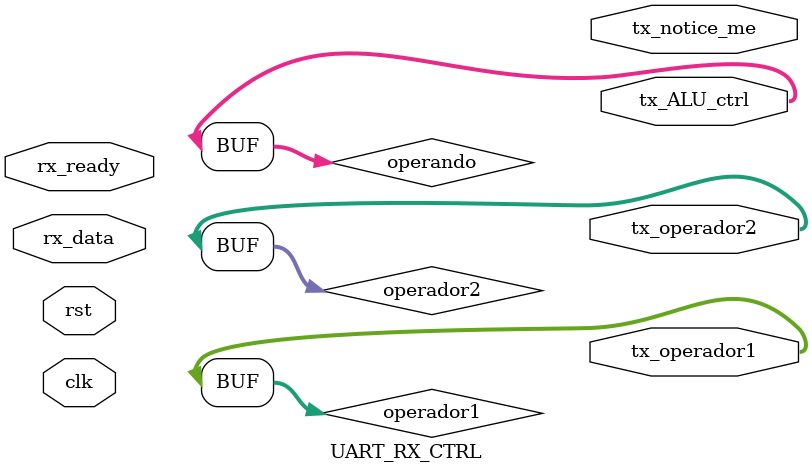
<source format=v>
`timescale 1ns / 1ps


module UART_RX_CTRL(
    input [7:0] rx_data,
    input rx_ready, rst, clk,
    output tx_notice_me,
    output reg [15:0] tx_operador1,
    output reg [15:0] tx_operador2,
    output reg [2:0] tx_ALU_ctrl
    );
    
    localparam WAIT_OP1_LSB         = 4'd1;
    localparam STORE_OP1_LSB        = 4'd2;
    localparam WAIT_OP1_MSB         = 4'd3;
    localparam STORE_OP1_MSB        = 4'd4;
    localparam WAIT_OP2_LSB         = 4'd5;
    localparam STORE_OP2_LSB        = 4'd6;
    localparam WAIT_OP2_MSB         = 4'd7;
    localparam STORE_OP2_MSB        = 4'd8;
    localparam WAIT_CMD             = 4'd9;
    localparam STORE_CMD            = 4'd10;
    localparam DELAY_1_CYCLE        = 4'd11;
    localparam TRIGGER_TX_RESULT    = 4'd12;
    
    reg [2:0] state, next_state;
    reg [15:0] operador1, operador2;
    reg [2:0] operando;
    
    always@(*)
    begin
        next_state = state;
        tx_operador1 = operador1;
        tx_operador2 = operador2;
        tx_ALU_ctrl = operando;
        case(state)
            WAIT_OP1_LSB: if(rx_ready)
                            next_state= STORE_OP1_LSB;
                          else
                            next_state = state;
            
            STORE_OP1_LSB: next_state= WAIT_OP1_MSB;
            
            WAIT_OP1_MSB:   if(rx_ready)
                                next_state = STORE_OP1_MSB;
                            else
                                next_state = state;
            STORE_OP1_MSB: next_state = WAIT_OP2_LSB;
            
            WAIT_OP2_LSB: if(rx_ready)
                                next_state = STORE_OP2_LSB;
                          else
                                next_state = state;
            STORE_OP2_LSB: next_state = WAIT_OP2_MSB;
            
            WAIT_OP2_MSB: if(rx_ready)
                                next_state = STORE_OP2_MSB;
                          else
                                next_state = state;
            STORE_OP2_MSB: next_state = WAIT_CMD;
            
            WAIT_CMD:   if(rx_ready)
                                next_state = STORE_CMD;
                        else
                                next_state = state;
        
            STORE_CMD: next_state = DELAY_1_CYCLE;
            
            DELAY_1_CYCLE: next_state = TRIGGER_TX_RESULT;
            
            TRIGGER_TX_RESULT: next_state = WAIT_OP1_LSB;
        endcase
    end
                                
endmodule

</source>
